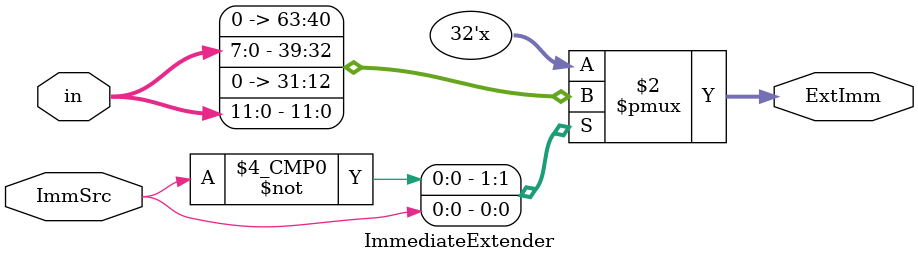
<source format=v>
module ImmediateExtender (ImmSrc,in,ExtImm);

input [11:0] in;
input ImmSrc;
output reg [31:0] ExtImm;

always@(in,ImmSrc)
	case(ImmSrc)
		1'b0: begin
			ExtImm = {24'b0,in[7:0]};
		end
		1'b1: begin
			ExtImm = {20'b0,in[11:0]};
		end
	endcase
endmodule




</source>
